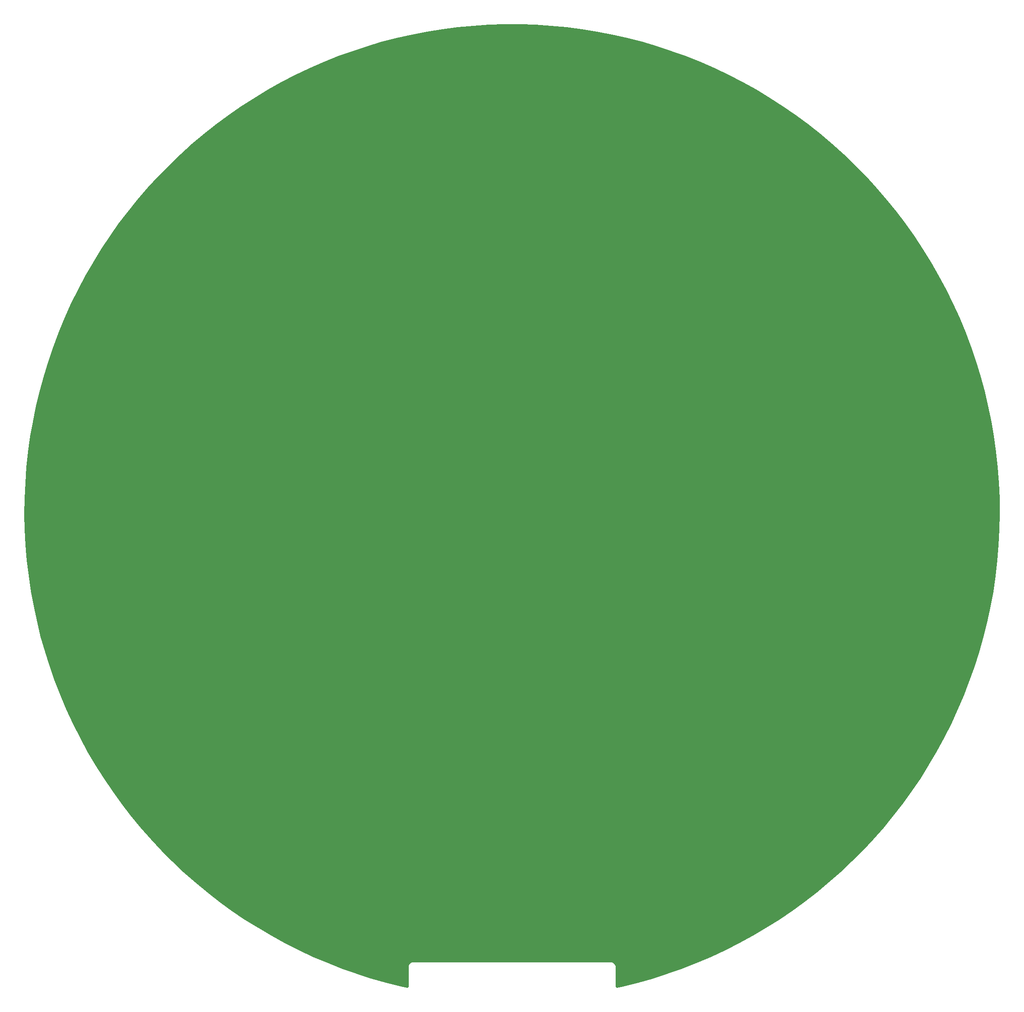
<source format=gtl>
G04*
G04 #@! TF.GenerationSoftware,Altium Limited,Altium Designer,19.1.5 (86)*
G04*
G04 Layer_Physical_Order=1*
G04 Layer_Color=255*
%FSLAX25Y25*%
%MOIN*%
G70*
G01*
G75*
G36*
X399928Y774586D02*
X412326Y774191D01*
X424705Y773402D01*
X437052Y772220D01*
X449356Y770645D01*
X461603Y768680D01*
X473782Y766326D01*
X485879Y763585D01*
X497883Y760461D01*
X509782Y756957D01*
X521563Y753076D01*
X533215Y748821D01*
X544725Y744199D01*
X556082Y739212D01*
X567275Y733867D01*
X578293Y728168D01*
X589123Y722121D01*
X599756Y715733D01*
X610179Y709010D01*
X620384Y701958D01*
X630359Y694586D01*
X640095Y686899D01*
X649581Y678907D01*
X658808Y670617D01*
X667766Y662038D01*
X676447Y653178D01*
X684842Y644046D01*
X692941Y634652D01*
X700738Y625004D01*
X708224Y615114D01*
X715391Y604990D01*
X722233Y594644D01*
X728742Y584085D01*
X734911Y573324D01*
X740735Y562372D01*
X746208Y551241D01*
X751324Y539941D01*
X756078Y528484D01*
X760464Y516882D01*
X764479Y505146D01*
X768119Y493288D01*
X771380Y481320D01*
X774258Y469254D01*
X776751Y457104D01*
X778856Y444879D01*
X780571Y432594D01*
X781894Y420261D01*
X782824Y407892D01*
X783360Y395500D01*
X783501Y383097D01*
X783248Y370695D01*
X782600Y358308D01*
X781558Y345948D01*
X780124Y333627D01*
X778298Y321358D01*
X776083Y309154D01*
X773481Y297026D01*
X770494Y284987D01*
X767125Y273049D01*
X763378Y261225D01*
X759257Y249525D01*
X754766Y237963D01*
X749909Y226549D01*
X744692Y215296D01*
X739119Y204215D01*
X733196Y193316D01*
X726930Y182611D01*
X720326Y172111D01*
X713391Y161827D01*
X706133Y151768D01*
X698558Y141946D01*
X690674Y132370D01*
X682490Y123049D01*
X674013Y113993D01*
X665253Y105212D01*
X656217Y96714D01*
X646916Y88507D01*
X637358Y80601D01*
X627554Y73003D01*
X617512Y65721D01*
X607245Y58762D01*
X596760Y52133D01*
X586071Y45841D01*
X575186Y39892D01*
X564118Y34293D01*
X552877Y29049D01*
X541475Y24165D01*
X529923Y19647D01*
X518234Y15498D01*
X506418Y11723D01*
X494488Y8326D01*
X482456Y5311D01*
X477371Y4207D01*
X476437Y4960D01*
Y20683D01*
X476301Y21710D01*
X475905Y22668D01*
X475274Y23491D01*
X474451Y24122D01*
X473493Y24518D01*
X472466Y24654D01*
X314985D01*
X313958Y24518D01*
X313000Y24122D01*
X312177Y23491D01*
X311546Y22668D01*
X311150Y21710D01*
X311014Y20683D01*
Y4960D01*
X310080Y4207D01*
X304995Y5311D01*
X292963Y8326D01*
X281033Y11723D01*
X269217Y15498D01*
X257528Y19647D01*
X245976Y24165D01*
X234574Y29049D01*
X223333Y34293D01*
X212265Y39893D01*
X201380Y45841D01*
X190691Y52133D01*
X180207Y58762D01*
X169939Y65721D01*
X159897Y73003D01*
X150093Y80602D01*
X140535Y88508D01*
X131234Y96714D01*
X122198Y105212D01*
X113438Y113994D01*
X104961Y123049D01*
X96777Y132370D01*
X88893Y141947D01*
X81318Y151769D01*
X74060Y161827D01*
X67126Y172112D01*
X60522Y182612D01*
X54255Y193316D01*
X48332Y204215D01*
X42759Y215297D01*
X37542Y226550D01*
X32685Y237964D01*
X28194Y249526D01*
X24073Y261225D01*
X20326Y273050D01*
X16958Y284988D01*
X13971Y297027D01*
X11369Y309154D01*
X9153Y321359D01*
X7328Y333628D01*
X5893Y345949D01*
X4852Y358309D01*
X4204Y370696D01*
X3951Y383097D01*
X4092Y395500D01*
X4628Y407893D01*
X5558Y420262D01*
X6881Y432595D01*
X8596Y444880D01*
X10701Y457104D01*
X13194Y469255D01*
X16072Y481320D01*
X19333Y493288D01*
X22972Y505146D01*
X26987Y516882D01*
X31374Y528485D01*
X36128Y539942D01*
X41243Y551241D01*
X46716Y562373D01*
X52540Y573324D01*
X58710Y584085D01*
X65219Y594644D01*
X72061Y604991D01*
X79228Y615114D01*
X86714Y625005D01*
X94510Y634652D01*
X102611Y644047D01*
X111005Y653178D01*
X119686Y662038D01*
X128644Y670618D01*
X137871Y678907D01*
X147357Y686900D01*
X157092Y694586D01*
X167068Y701959D01*
X177272Y709010D01*
X187696Y715733D01*
X198329Y722121D01*
X209159Y728168D01*
X220177Y733867D01*
X231369Y739212D01*
X242727Y744199D01*
X254238Y748822D01*
X265889Y753076D01*
X277670Y756957D01*
X289569Y760461D01*
X301573Y763585D01*
X313670Y766326D01*
X325849Y768680D01*
X338096Y770645D01*
X350400Y772220D01*
X362748Y773402D01*
X375126Y774191D01*
X387524Y774586D01*
X399928Y774586D01*
D02*
G37*
M02*

</source>
